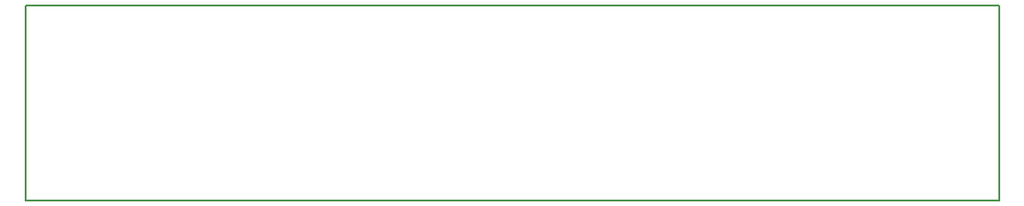
<source format=gbr>
%TF.GenerationSoftware,KiCad,Pcbnew,8.0.1*%
%TF.CreationDate,2024-05-11T19:49:50+01:00*%
%TF.ProjectId,TIMI2CLEDPanel,54494d49-3243-44c4-9544-50616e656c2e,rev?*%
%TF.SameCoordinates,Original*%
%TF.FileFunction,Profile,NP*%
%FSLAX46Y46*%
G04 Gerber Fmt 4.6, Leading zero omitted, Abs format (unit mm)*
G04 Created by KiCad (PCBNEW 8.0.1) date 2024-05-11 19:49:50*
%MOMM*%
%LPD*%
G01*
G04 APERTURE LIST*
%TA.AperFunction,Profile*%
%ADD10C,0.150000*%
%TD*%
G04 APERTURE END LIST*
D10*
X40000000Y-30000000D02*
X130000000Y-30000000D01*
X130000000Y-48000000D01*
X40000000Y-48000000D01*
X40000000Y-30000000D01*
M02*

</source>
